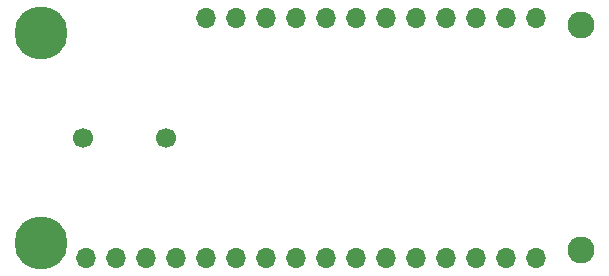
<source format=gbs>
G04 #@! TF.GenerationSoftware,KiCad,Pcbnew,7.0.1*
G04 #@! TF.CreationDate,2023-08-17T16:00:53-05:00*
G04 #@! TF.ProjectId,MiniWAV,4d696e69-5741-4562-9e6b-696361645f70,A*
G04 #@! TF.SameCoordinates,Original*
G04 #@! TF.FileFunction,Soldermask,Bot*
G04 #@! TF.FilePolarity,Negative*
%FSLAX46Y46*%
G04 Gerber Fmt 4.6, Leading zero omitted, Abs format (unit mm)*
G04 Created by KiCad (PCBNEW 7.0.1) date 2023-08-17 16:00:53*
%MOMM*%
%LPD*%
G01*
G04 APERTURE LIST*
%ADD10C,1.700000*%
%ADD11C,2.286000*%
%ADD12O,1.700000X1.700000*%
%ADD13C,4.500000*%
G04 APERTURE END LIST*
D10*
X125700000Y-98305000D03*
X132700000Y-98305000D03*
D11*
X167900000Y-88755000D03*
X167900000Y-107805000D03*
D12*
X125977800Y-108457200D03*
X128517800Y-108457200D03*
X131057800Y-108457200D03*
X133597800Y-108457200D03*
X136137800Y-108457200D03*
X138677800Y-108457200D03*
X141217800Y-108457200D03*
X143757800Y-108457200D03*
X146297800Y-108457200D03*
X148837800Y-108457200D03*
X151377800Y-108457200D03*
X153917800Y-108457200D03*
X156457800Y-108457200D03*
X158997800Y-108457200D03*
X161537800Y-108457200D03*
X164077800Y-108482600D03*
X164077800Y-88137200D03*
X161537800Y-88137200D03*
X158997800Y-88137200D03*
X156457800Y-88137200D03*
X153917800Y-88137200D03*
X151377800Y-88137200D03*
X148837800Y-88137200D03*
X146297800Y-88137200D03*
X143757800Y-88137200D03*
X141217800Y-88137200D03*
X138677800Y-88137200D03*
X136137800Y-88137200D03*
D13*
X122150000Y-107205000D03*
X122150000Y-89405000D03*
M02*

</source>
